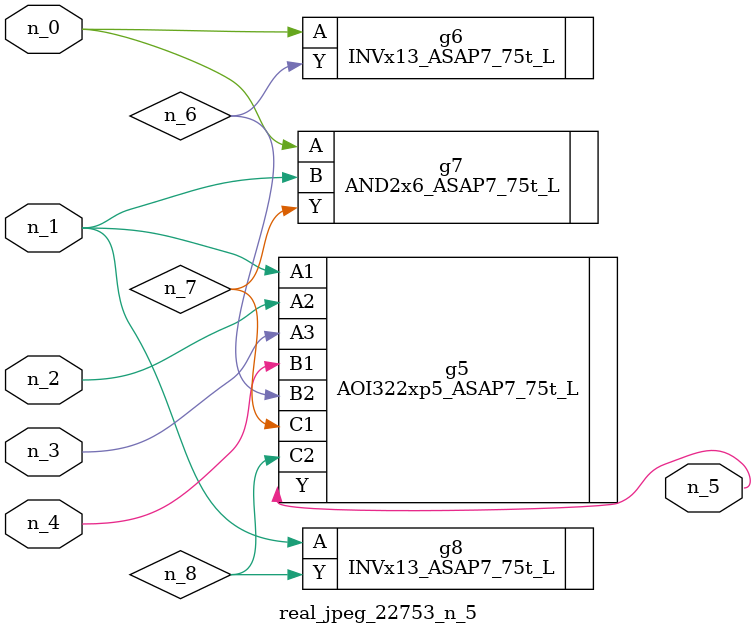
<source format=v>
module real_jpeg_22753_n_5 (n_4, n_0, n_1, n_2, n_3, n_5);

input n_4;
input n_0;
input n_1;
input n_2;
input n_3;

output n_5;

wire n_8;
wire n_6;
wire n_7;

INVx13_ASAP7_75t_L g6 ( 
.A(n_0),
.Y(n_6)
);

AND2x6_ASAP7_75t_L g7 ( 
.A(n_0),
.B(n_1),
.Y(n_7)
);

AOI322xp5_ASAP7_75t_L g5 ( 
.A1(n_1),
.A2(n_2),
.A3(n_3),
.B1(n_4),
.B2(n_6),
.C1(n_7),
.C2(n_8),
.Y(n_5)
);

INVx13_ASAP7_75t_L g8 ( 
.A(n_1),
.Y(n_8)
);


endmodule
</source>
